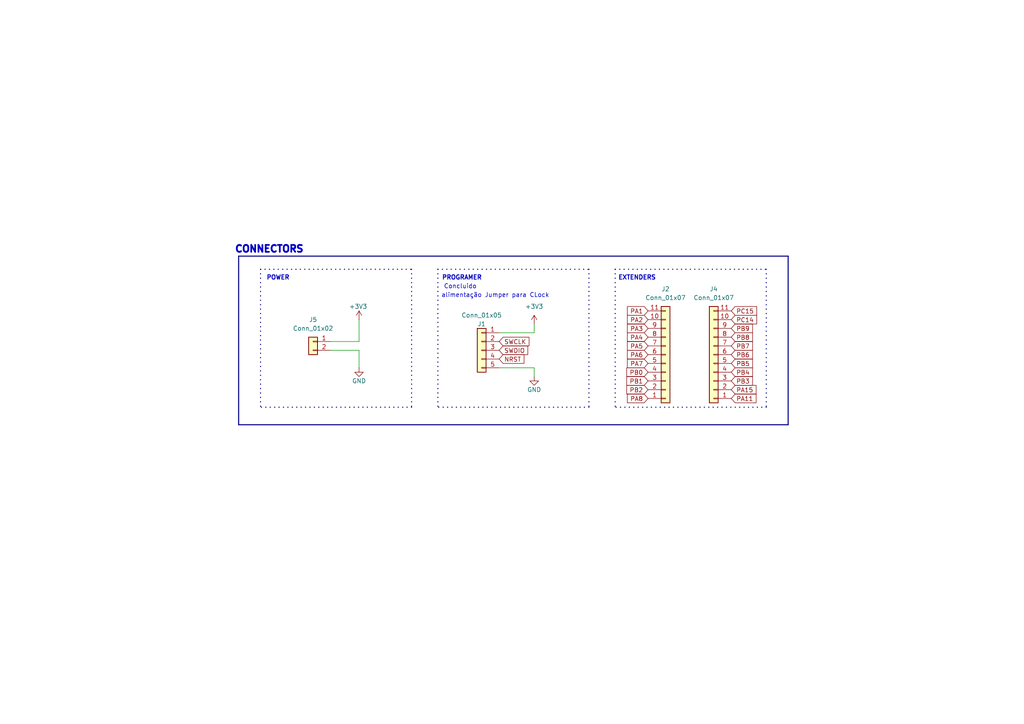
<source format=kicad_sch>
(kicad_sch (version 20231120) (generator "eeschema") (generator_version "8.0")
  (paper "A4")
  (lib_symbols
    (symbol "Connector_Generic:Conn_01x02" (pin_names (offset 1.016) hide)
      (property "Reference" "J" (at 0 2.54 0))
      (property "Value" "Conn_01x02" (at 0 -5.08 0))
      (symbol "Conn_01x02_1_1"
        (rectangle (start -1.27 -2.413) (end 0 -2.667) (stroke (width 0.1524)))
        (rectangle (start -1.27 0.127) (end 0 -0.127) (stroke (width 0.1524)))
        (rectangle (start -1.27 1.27) (end 1.27 -3.81) (stroke (width 0.254)) (fill (type background)))
        (pin passive line (at -5.08 0 0) (length 3.81) (name "Pin_1") (number "1"))
        (pin passive line (at -5.08 -2.54 0) (length 3.81) (name "Pin_2") (number "2"))
      )
    )
    (symbol "Connector_Generic:Conn_01x05" (pin_names (offset 1.016) hide)
      (property "Reference" "J" (at 0 7.62 0))
      (property "Value" "Conn_01x05" (at 0 -7.62 0))
      (symbol "Conn_01x05_1_1"
        (rectangle (start -1.27 -4.953) (end 0 -5.207) (stroke (width 0.1524)))
        (rectangle (start -1.27 -2.413) (end 0 -2.667) (stroke (width 0.1524)))
        (rectangle (start -1.27 0.127) (end 0 -0.127) (stroke (width 0.1524)))
        (rectangle (start -1.27 2.667) (end 0 2.413) (stroke (width 0.1524)))
        (rectangle (start -1.27 5.207) (end 0 4.953) (stroke (width 0.1524)))
        (rectangle (start -1.27 6.35) (end 1.27 -6.35) (stroke (width 0.254)) (fill (type background)))
        (pin passive line (at -5.08 5.08 0) (length 3.81) (name "Pin_1") (number "1"))
        (pin passive line (at -5.08 2.54 0) (length 3.81) (name "Pin_2") (number "2"))
        (pin passive line (at -5.08 0 0) (length 3.81) (name "Pin_3") (number "3"))
        (pin passive line (at -5.08 -2.54 0) (length 3.81) (name "Pin_4") (number "4"))
        (pin passive line (at -5.08 -5.08 0) (length 3.81) (name "Pin_5") (number "5"))
      )
    )
    (symbol "Connector_Generic:Conn_01x11" (pin_names (offset 1.016) hide)
      (property "Reference" "J" (at 0 15.24 0))
      (property "Value" "Conn_01x11" (at 0 -15.24 0))
      (symbol "Conn_01x11_1_1"
        (rectangle (start -1.27 -12.573) (end 0 -12.827) (stroke (width 0.1524)))
        (rectangle (start -1.27 -10.033) (end 0 -10.287) (stroke (width 0.1524)))
        (rectangle (start -1.27 -7.493) (end 0 -7.747) (stroke (width 0.1524)))
        (rectangle (start -1.27 -4.953) (end 0 -5.207) (stroke (width 0.1524)))
        (rectangle (start -1.27 -2.413) (end 0 -2.667) (stroke (width 0.1524)))
        (rectangle (start -1.27 0.127) (end 0 -0.127) (stroke (width 0.1524)))
        (rectangle (start -1.27 2.667) (end 0 2.413) (stroke (width 0.1524)))
        (rectangle (start -1.27 5.207) (end 0 4.953) (stroke (width 0.1524)))
        (rectangle (start -1.27 7.747) (end 0 7.493) (stroke (width 0.1524)))
        (rectangle (start -1.27 10.287) (end 0 10.033) (stroke (width 0.1524)))
        (rectangle (start -1.27 12.827) (end 0 12.573) (stroke (width 0.1524)))
        (rectangle (start -1.27 13.97) (end 1.27 -13.97) (stroke (width 0.254)) (fill (type background)))
        (pin passive line (at -5.08 12.7 0) (length 3.81) (name "Pin_1") (number "1"))
        (pin passive line (at -5.08 -10.16 0) (length 3.81) (name "Pin_10") (number "10"))
        (pin passive line (at -5.08 -12.7 0) (length 3.81) (name "Pin_11") (number "11"))
        (pin passive line (at -5.08 10.16 0) (length 3.81) (name "Pin_2") (number "2"))
        (pin passive line (at -5.08 7.62 0) (length 3.81) (name "Pin_3") (number "3"))
        (pin passive line (at -5.08 5.08 0) (length 3.81) (name "Pin_4") (number "4"))
        (pin passive line (at -5.08 2.54 0) (length 3.81) (name "Pin_5") (number "5"))
        (pin passive line (at -5.08 0 0) (length 3.81) (name "Pin_6") (number "6"))
        (pin passive line (at -5.08 -2.54 0) (length 3.81) (name "Pin_7") (number "7"))
        (pin passive line (at -5.08 -5.08 0) (length 3.81) (name "Pin_8") (number "8"))
        (pin passive line (at -5.08 -7.62 0) (length 3.81) (name "Pin_9") (number "9"))
      )
    )
    (symbol "power:+3V3" (power) (pin_numbers hide) (pin_names (offset 0) hide)
      (property "Value" "+3V3" (at 0 3.556 0))
      (symbol "+3V3_0_1"
        (polyline (pts (xy -0.762 1.27) (xy 0 2.54)))
        (polyline (pts (xy 0 0) (xy 0 2.54)))
        (polyline (pts (xy 0 2.54) (xy 0.762 1.27)))
      )
      (symbol "+3V3_1_1"
        (pin power_in line (at 0 0 90) (length 0) (name "~") (number "1"))
      )
    )
    (symbol "power:GND" (power) (pin_numbers hide) (pin_names (offset 0) hide)
      (property "Value" "GND" (at 0 -3.81 0))
      (symbol "GND_0_1"
        (polyline (pts (xy 0 0) (xy 0 -1.27) (xy 1.27 -1.27) (xy 0 -2.54) (xy -1.27 -1.27) (xy 0 -1.27)))
      )
      (symbol "GND_1_1"
        (pin power_in line (at 0 0 270) (length 0) (name "~") (number "1"))
      )
    )
  )
  (bus (pts (xy 119.38 78.105) (xy 119.38 118.11)) (stroke (width 0) (type dot)))
  (bus (pts (xy 170.815 78.105) (xy 170.815 118.11)) (stroke (width 0) (type dot)))
  (bus (pts (xy 178.435 78.105) (xy 178.435 118.11)) (stroke (width 0) (type dot)))
  (wire (pts (xy 104.14 101.6) (xy 104.14 106.68)))
  (bus (pts (xy 127 78.105) (xy 170.815 78.105)) (stroke (width 0) (type dot)))
  (wire (pts (xy 95.885 101.6) (xy 104.14 101.6)))
  (bus (pts (xy 119.38 118.11) (xy 75.565 118.11)) (stroke (width 0) (type dot)))
  (bus (pts (xy 69.215 74.295) (xy 69.215 123.19)))
  (wire (pts (xy 154.94 109.22) (xy 154.94 106.68)))
  (wire (pts (xy 154.94 96.52) (xy 154.94 93.98)))
  (wire (pts (xy 104.14 99.06) (xy 95.885 99.06)))
  (bus (pts (xy 75.565 78.105) (xy 75.565 118.11)) (stroke (width 0) (type dot)))
  (bus (pts (xy 69.215 74.295) (xy 228.6 74.295)))
  (bus (pts (xy 170.815 118.11) (xy 127 118.11)) (stroke (width 0) (type dot)))
  (bus (pts (xy 178.435 78.105) (xy 222.25 78.105)) (stroke (width 0) (type dot)))
  (wire (pts (xy 104.14 92.71) (xy 104.14 99.06)))
  (bus (pts (xy 222.25 78.105) (xy 222.25 118.11)) (stroke (width 0) (type dot)))
  (wire (pts (xy 144.78 96.52) (xy 154.94 96.52)))
  (bus (pts (xy 75.565 78.105) (xy 119.38 78.105)) (stroke (width 0) (type dot)))
  (bus (pts (xy 222.25 118.11) (xy 178.435 118.11)) (stroke (width 0) (type dot)))
  (bus (pts (xy 127 78.105) (xy 127 118.11)) (stroke (width 0) (type dot)))
  (bus (pts (xy 228.6 74.295) (xy 228.6 123.19)))
  (wire (pts (xy 154.94 106.68) (xy 144.78 106.68)))
  (bus (pts (xy 228.6 123.19) (xy 69.215 123.19)))
  (text "alimentação Jumper para CLock " (at 144.145 85.725 0) (effects (font (size 1.27 1.27))))
  (text "POWER" (at 80.645 80.645 0) (effects (font (size 1.27 1.27) (thickness 0.254) (bold yes))))
  (text "PROGRAMER" (at 133.985 80.645 0) (effects (font (size 1.27 1.27) (thickness 0.254) (bold yes))))
  (text "CONNECTORS" (at 78.105 72.39 0) (effects (font (size 2 2) (thickness 0.6) (bold yes))))
  (text "EXTENDERS" (at 184.785 80.645 0) (effects (font (size 1.27 1.27) (thickness 0.254) (bold yes))))
  (text "Concluido " (at 133.985 83.185 0) (effects (font (size 1.27 1.27))))
  (global_label "PA2" (shape input) (at 187.96 92.71 180) (property "Intersheetrefs" "${INTERSHEET_REFS}" (effects (hide yes))))
  (global_label "PB8" (shape input) (at 212.09 97.79 0) (property "Intersheetrefs" "${INTERSHEET_REFS}" (effects (hide yes))))
  (global_label "PB4" (shape input) (at 212.09 107.95 0) (property "Intersheetrefs" "${INTERSHEET_REFS}" (effects (hide yes))))
  (global_label "PB7" (shape input) (at 212.09 100.33 0) (property "Intersheetrefs" "${INTERSHEET_REFS}" (effects (hide yes))))
  (global_label "PA5" (shape input) (at 187.96 100.33 180) (property "Intersheetrefs" "${INTERSHEET_REFS}" (effects (hide yes))))
  (global_label "PB0" (shape input) (at 187.96 107.95 180) (property "Intersheetrefs" "${INTERSHEET_REFS}" (effects (hide yes))))
  (global_label "PA7" (shape input) (at 187.96 105.41 180) (property "Intersheetrefs" "${INTERSHEET_REFS}" (effects (hide yes))))
  (global_label "PB1" (shape input) (at 187.96 110.49 180) (property "Intersheetrefs" "${INTERSHEET_REFS}" (effects (hide yes))))
  (global_label "PA6" (shape input) (at 187.96 102.87 180) (property "Intersheetrefs" "${INTERSHEET_REFS}" (effects (hide yes))))
  (global_label "PA3" (shape input) (at 187.96 95.25 180) (property "Intersheetrefs" "${INTERSHEET_REFS}" (effects (hide yes))))
  (global_label "PB9" (shape input) (at 212.09 95.25 0) (property "Intersheetrefs" "${INTERSHEET_REFS}" (effects (hide yes))))
  (global_label "PA1" (shape input) (at 187.96 90.17 180) (property "Intersheetrefs" "${INTERSHEET_REFS}" (effects (hide yes))))
  (global_label "PC15" (shape input) (at 212.09 90.17 0) (property "Intersheetrefs" "${INTERSHEET_REFS}" (effects (hide yes))))
  (global_label "PB3" (shape input) (at 212.09 110.49 0) (property "Intersheetrefs" "${INTERSHEET_REFS}" (effects (hide yes))))
  (global_label "PA8" (shape input) (at 187.96 115.57 180) (property "Intersheetrefs" "${INTERSHEET_REFS}" (effects (hide yes))))
  (global_label "SWDIO" (shape input) (at 144.78 101.6 0) (property "Intersheetrefs" "${INTERSHEET_REFS}" (effects (hide yes))))
  (global_label "PA15" (shape input) (at 212.09 113.03 0) (property "Intersheetrefs" "${INTERSHEET_REFS}" (effects (hide yes))))
  (global_label "NRST" (shape input) (at 144.78 104.14 0) (property "Intersheetrefs" "${INTERSHEET_REFS}" (effects (hide yes))))
  (global_label "PA11" (shape input) (at 212.09 115.57 0) (property "Intersheetrefs" "${INTERSHEET_REFS}" (effects (hide yes))))
  (global_label "PA4" (shape input) (at 187.96 97.79 180) (property "Intersheetrefs" "${INTERSHEET_REFS}" (effects (hide yes))))
  (global_label "SWCLK" (shape input) (at 144.78 99.06 0) (property "Intersheetrefs" "${INTERSHEET_REFS}" (effects (hide yes))))
  (global_label "PC14" (shape input) (at 212.09 92.71 0) (property "Intersheetrefs" "${INTERSHEET_REFS}" (effects (hide yes))))
  (global_label "PB2" (shape input) (at 187.96 113.03 180) (property "Intersheetrefs" "${INTERSHEET_REFS}" (effects (hide yes))))
  (global_label "PB5" (shape input) (at 212.09 105.41 0) (property "Intersheetrefs" "${INTERSHEET_REFS}" (effects (hide yes))))
  (global_label "PB6" (shape input) (at 212.09 102.87 0) (property "Intersheetrefs" "${INTERSHEET_REFS}" (effects (hide yes))))
  (symbol (lib_id "power:GND") (at 154.94 109.22 0) (mirror y) (unit 1)
    (property "Reference" "#PWR06" (effects (hide yes)))
    (property "Value" "GND" (at 154.94 113.03 0))
    (property "Description" "Power symbol creates a global label with name \"GND\" , ground" (effects (hide yes)))
  )
  (symbol (lib_id "power:+3V3") (at 104.14 92.71 0) (mirror y) (unit 1)
    (property "Reference" "#PWR03" (effects (hide yes)))
    (property "Value" "+3V3" (at 103.886 88.9 0))
    (property "Description" "Power symbol creates a global label with name \"+3V3\"" (effects (hide yes)))
  )
  (symbol (lib_id "power:+3V3") (at 154.94 93.98 0) (mirror y) (unit 1)
    (property "Reference" "#PWR05" (effects (hide yes)))
    (property "Value" "+3V3" (at 154.94 88.9 0))
    (property "Description" "Power symbol creates a global label with name \"+3V3\"" (effects (hide yes)))
  )
  (symbol (lib_id "Connector_Generic:Conn_01x11") (at 193.04 102.87 0) (mirror x) (unit 1)
    (property "Reference" "J2" (at 193.04 83.82 0))
    (property "Value" "Conn_01x07" (at 193.04 86.36 0))
    (property "Footprint" "Connector_PinHeader_2.54mm:PinHeader_1x11_P2.54mm_Vertical" (effects (hide yes)))
    (property "Description" "Generic connector, single row, 01x11, script generated (kicad-library-utils/schlib/autogen/connector/)" (effects (hide yes)))
  )
  (symbol (lib_id "Connector_Generic:Conn_01x02") (at 90.805 99.06 0) (mirror y) (unit 1)
    (property "Reference" "J5" (at 90.805 92.71 0))
    (property "Value" "Conn_01x02" (at 90.805 95.25 0))
    (property "Footprint" "Connector_PinHeader_2.54mm:PinHeader_1x02_P2.54mm_Vertical" (effects (hide yes)))
    (property "Description" "Generic connector, single row, 01x02, script generated (kicad-library-utils/schlib/autogen/connector/)" (effects (hide yes)))
  )
  (symbol (lib_id "Connector_Generic:Conn_01x05") (at 139.7 101.6 0) (mirror y) (unit 1)
    (property "Reference" "J1" (at 139.7 93.98 0))
    (property "Value" "Conn_01x05" (at 139.7 91.44 0))
    (property "Footprint" "Connector_PinHeader_2.54mm:PinHeader_1x05_P2.54mm_Vertical" (effects (hide yes)))
    (property "Description" "Generic connector, single row, 01x05, script generated (kicad-library-utils/schlib/autogen/connector/)" (effects (hide yes)))
  )
  (symbol (lib_id "Connector_Generic:Conn_01x11") (at 207.01 102.87 180) (unit 1)
    (property "Reference" "J4" (at 207.01 83.82 0))
    (property "Value" "Conn_01x07" (at 207.01 86.36 0))
    (property "Footprint" "Connector_PinHeader_2.54mm:PinHeader_1x11_P2.54mm_Vertical" (effects (hide yes)))
    (property "Description" "Generic connector, single row, 01x11, script generated (kicad-library-utils/schlib/autogen/connector/)" (effects (hide yes)))
  )
  (symbol (lib_id "power:GND") (at 104.14 106.68 0) (unit 1)
    (property "Reference" "#PWR011" (effects (hide yes)))
    (property "Value" "GND" (at 104.14 110.49 0))
    (property "Description" "Power symbol creates a global label with name \"GND\" , ground" (effects (hide yes)))
  )
)
</source>
